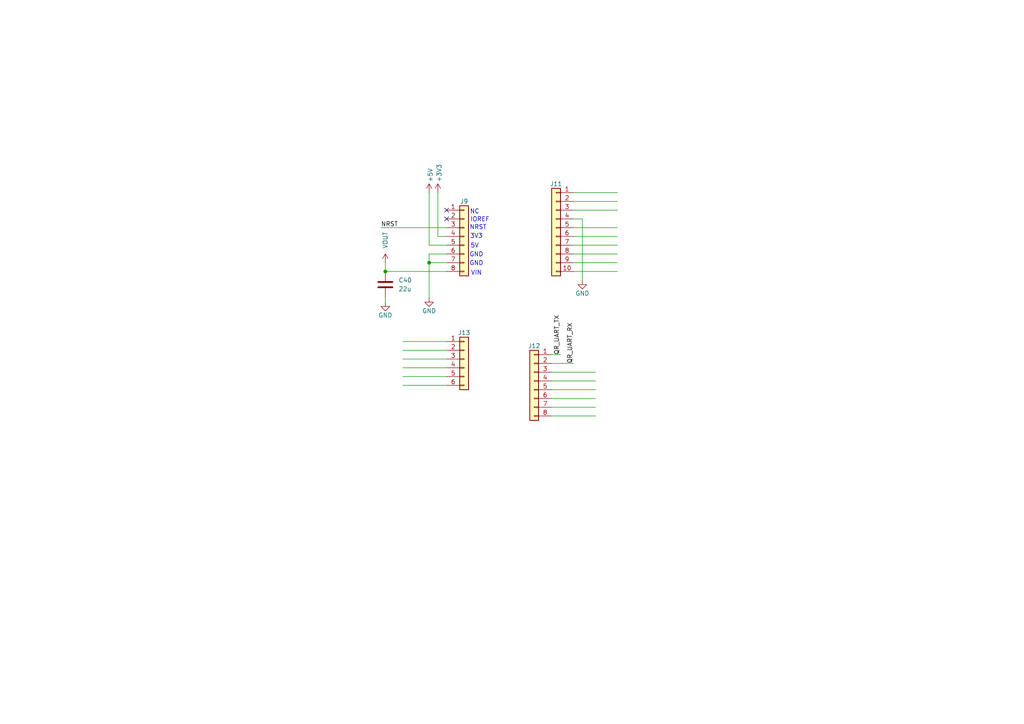
<source format=kicad_sch>
(kicad_sch (version 20231120) (generator "eeschema") (generator_version "8.0")
  (paper "A4")
  (lib_symbols
    (symbol "Connector_Generic:Conn_01x06" (pin_names (offset 1.016) hide)
      (property "Reference" "J" (at 0 7.62 0))
      (property "Value" "Conn_01x06" (at 0 -10.16 0))
      (symbol "Conn_01x06_1_1"
        (rectangle (start -1.27 -7.493) (end 0 -7.747) (stroke (width 0.1524)))
        (rectangle (start -1.27 -4.953) (end 0 -5.207) (stroke (width 0.1524)))
        (rectangle (start -1.27 -2.413) (end 0 -2.667) (stroke (width 0.1524)))
        (rectangle (start -1.27 0.127) (end 0 -0.127) (stroke (width 0.1524)))
        (rectangle (start -1.27 2.667) (end 0 2.413) (stroke (width 0.1524)))
        (rectangle (start -1.27 5.207) (end 0 4.953) (stroke (width 0.1524)))
        (rectangle (start -1.27 6.35) (end 1.27 -8.89) (stroke (width 0.254)) (fill (type background)))
        (pin passive line (at -5.08 5.08 0) (length 3.81) (name "Pin_1") (number "1"))
        (pin passive line (at -5.08 2.54 0) (length 3.81) (name "Pin_2") (number "2"))
        (pin passive line (at -5.08 0 0) (length 3.81) (name "Pin_3") (number "3"))
        (pin passive line (at -5.08 -2.54 0) (length 3.81) (name "Pin_4") (number "4"))
        (pin passive line (at -5.08 -5.08 0) (length 3.81) (name "Pin_5") (number "5"))
        (pin passive line (at -5.08 -7.62 0) (length 3.81) (name "Pin_6") (number "6"))
      )
    )
    (symbol "Connector_Generic:Conn_01x08" (pin_names (offset 1.016) hide)
      (property "Reference" "J" (at 0 10.16 0))
      (property "Value" "Conn_01x08" (at 0 -12.7 0))
      (symbol "Conn_01x08_1_1"
        (rectangle (start -1.27 -10.033) (end 0 -10.287) (stroke (width 0.1524)))
        (rectangle (start -1.27 -7.493) (end 0 -7.747) (stroke (width 0.1524)))
        (rectangle (start -1.27 -4.953) (end 0 -5.207) (stroke (width 0.1524)))
        (rectangle (start -1.27 -2.413) (end 0 -2.667) (stroke (width 0.1524)))
        (rectangle (start -1.27 0.127) (end 0 -0.127) (stroke (width 0.1524)))
        (rectangle (start -1.27 2.667) (end 0 2.413) (stroke (width 0.1524)))
        (rectangle (start -1.27 5.207) (end 0 4.953) (stroke (width 0.1524)))
        (rectangle (start -1.27 7.747) (end 0 7.493) (stroke (width 0.1524)))
        (rectangle (start -1.27 8.89) (end 1.27 -11.43) (stroke (width 0.254)) (fill (type background)))
        (pin passive line (at -5.08 7.62 0) (length 3.81) (name "Pin_1") (number "1"))
        (pin passive line (at -5.08 5.08 0) (length 3.81) (name "Pin_2") (number "2"))
        (pin passive line (at -5.08 2.54 0) (length 3.81) (name "Pin_3") (number "3"))
        (pin passive line (at -5.08 0 0) (length 3.81) (name "Pin_4") (number "4"))
        (pin passive line (at -5.08 -2.54 0) (length 3.81) (name "Pin_5") (number "5"))
        (pin passive line (at -5.08 -5.08 0) (length 3.81) (name "Pin_6") (number "6"))
        (pin passive line (at -5.08 -7.62 0) (length 3.81) (name "Pin_7") (number "7"))
        (pin passive line (at -5.08 -10.16 0) (length 3.81) (name "Pin_8") (number "8"))
      )
    )
    (symbol "Connector_Generic:Conn_01x10" (pin_names (offset 1.016) hide)
      (property "Reference" "J" (at 0 12.7 0))
      (property "Value" "Conn_01x10" (at 0 -15.24 0))
      (symbol "Conn_01x10_1_1"
        (rectangle (start -1.27 -12.573) (end 0 -12.827) (stroke (width 0.1524)))
        (rectangle (start -1.27 -10.033) (end 0 -10.287) (stroke (width 0.1524)))
        (rectangle (start -1.27 -7.493) (end 0 -7.747) (stroke (width 0.1524)))
        (rectangle (start -1.27 -4.953) (end 0 -5.207) (stroke (width 0.1524)))
        (rectangle (start -1.27 -2.413) (end 0 -2.667) (stroke (width 0.1524)))
        (rectangle (start -1.27 0.127) (end 0 -0.127) (stroke (width 0.1524)))
        (rectangle (start -1.27 2.667) (end 0 2.413) (stroke (width 0.1524)))
        (rectangle (start -1.27 5.207) (end 0 4.953) (stroke (width 0.1524)))
        (rectangle (start -1.27 7.747) (end 0 7.493) (stroke (width 0.1524)))
        (rectangle (start -1.27 10.287) (end 0 10.033) (stroke (width 0.1524)))
        (rectangle (start -1.27 11.43) (end 1.27 -13.97) (stroke (width 0.254)) (fill (type background)))
        (pin passive line (at -5.08 10.16 0) (length 3.81) (name "Pin_1") (number "1"))
        (pin passive line (at -5.08 -12.7 0) (length 3.81) (name "Pin_10") (number "10"))
        (pin passive line (at -5.08 7.62 0) (length 3.81) (name "Pin_2") (number "2"))
        (pin passive line (at -5.08 5.08 0) (length 3.81) (name "Pin_3") (number "3"))
        (pin passive line (at -5.08 2.54 0) (length 3.81) (name "Pin_4") (number "4"))
        (pin passive line (at -5.08 0 0) (length 3.81) (name "Pin_5") (number "5"))
        (pin passive line (at -5.08 -2.54 0) (length 3.81) (name "Pin_6") (number "6"))
        (pin passive line (at -5.08 -5.08 0) (length 3.81) (name "Pin_7") (number "7"))
        (pin passive line (at -5.08 -7.62 0) (length 3.81) (name "Pin_8") (number "8"))
        (pin passive line (at -5.08 -10.16 0) (length 3.81) (name "Pin_9") (number "9"))
      )
    )
    (symbol "Device:C" (pin_numbers hide) (pin_names (offset 0.254))
      (property "Reference" "C" (at 0.635 2.54 0))
      (property "Value" "C" (at 0.635 -2.54 0))
      (symbol "C_0_1"
        (polyline (pts (xy -2.032 -0.762) (xy 2.032 -0.762)) (stroke (width 0.508)))
        (polyline (pts (xy -2.032 0.762) (xy 2.032 0.762)) (stroke (width 0.508)))
      )
      (symbol "C_1_1"
        (pin passive line (at 0 3.81 270) (length 2.794) (name "~") (number "1"))
        (pin passive line (at 0 -3.81 90) (length 2.794) (name "~") (number "2"))
      )
    )
    (symbol "power:+3V3" (power) (pin_names (offset 0))
      (property "Value" "+3V3" (at 0 3.556 0))
      (symbol "+3V3_0_1"
        (polyline (pts (xy -0.762 1.27) (xy 0 2.54)))
        (polyline (pts (xy 0 0) (xy 0 2.54)))
        (polyline (pts (xy 0 2.54) (xy 0.762 1.27)))
      )
      (symbol "+3V3_1_1"
        (pin power_in line (at 0 0 90) (length 0) hide (name "+3V3") (number "1"))
      )
    )
    (symbol "power:+5V" (power) (pin_names (offset 0))
      (property "Value" "+5V" (at 0 3.556 0))
      (symbol "+5V_0_1"
        (polyline (pts (xy -0.762 1.27) (xy 0 2.54)))
        (polyline (pts (xy 0 0) (xy 0 2.54)))
        (polyline (pts (xy 0 2.54) (xy 0.762 1.27)))
      )
      (symbol "+5V_1_1"
        (pin power_in line (at 0 0 90) (length 0) hide (name "+5V") (number "1"))
      )
    )
    (symbol "power:GND" (power) (pin_names (offset 0))
      (property "Value" "GND" (at 0 -3.81 0))
      (symbol "GND_0_1"
        (polyline (pts (xy 0 0) (xy 0 -1.27) (xy 1.27 -1.27) (xy 0 -2.54) (xy -1.27 -1.27) (xy 0 -1.27)))
      )
      (symbol "GND_1_1"
        (pin power_in line (at 0 0 270) (length 0) hide (name "GND") (number "1"))
      )
    )
    (symbol "power:VCC" (power) (pin_names (offset 0))
      (property "Value" "VCC" (at 0 3.81 0))
      (symbol "VCC_0_1"
        (polyline (pts (xy -0.762 1.27) (xy 0 2.54)))
        (polyline (pts (xy 0 0) (xy 0 2.54)))
        (polyline (pts (xy 0 2.54) (xy 0.762 1.27)))
      )
      (symbol "VCC_1_1"
        (pin power_in line (at 0 0 90) (length 0) hide (name "VCC") (number "1"))
      )
    )
  )
  (junction (at 111.76 78.74))
  (junction (at 124.46 76.2))
  (no_connect (at 129.54 60.96))
  (no_connect (at 129.54 63.5))
  (wire (pts (xy 160.02 120.65) (xy 172.72 120.65)))
  (wire (pts (xy 127 68.58) (xy 129.54 68.58)))
  (wire (pts (xy 127 55.88) (xy 127 68.58)))
  (wire (pts (xy 116.84 106.68) (xy 129.54 106.68)))
  (wire (pts (xy 166.37 55.88) (xy 179.07 55.88)))
  (wire (pts (xy 110.49 66.04) (xy 129.54 66.04)))
  (wire (pts (xy 160.02 115.57) (xy 172.72 115.57)))
  (wire (pts (xy 129.54 109.22) (xy 116.84 109.22)))
  (wire (pts (xy 116.84 111.76) (xy 129.54 111.76)))
  (wire (pts (xy 124.46 55.88) (xy 124.46 71.12)))
  (wire (pts (xy 166.37 71.12) (xy 179.07 71.12)))
  (wire (pts (xy 166.37 60.96) (xy 179.07 60.96)))
  (wire (pts (xy 160.02 118.11) (xy 172.72 118.11)))
  (wire (pts (xy 160.02 110.49) (xy 172.72 110.49)))
  (wire (pts (xy 124.46 73.66) (xy 124.46 76.2)))
  (wire (pts (xy 160.02 113.03) (xy 172.72 113.03)))
  (wire (pts (xy 124.46 71.12) (xy 129.54 71.12)))
  (wire (pts (xy 129.54 104.14) (xy 116.84 104.14)))
  (wire (pts (xy 166.37 78.74) (xy 179.07 78.74)))
  (wire (pts (xy 124.46 76.2) (xy 129.54 76.2)))
  (wire (pts (xy 129.54 73.66) (xy 124.46 73.66)))
  (wire (pts (xy 116.84 101.6) (xy 129.54 101.6)))
  (wire (pts (xy 111.76 78.74) (xy 111.76 76.2)))
  (wire (pts (xy 166.37 63.5) (xy 168.91 63.5)))
  (wire (pts (xy 124.46 76.2) (xy 124.46 86.36)))
  (wire (pts (xy 160.02 105.41) (xy 166.37 105.41)))
  (wire (pts (xy 166.37 68.58) (xy 179.07 68.58)))
  (wire (pts (xy 111.76 78.74) (xy 129.54 78.74)))
  (wire (pts (xy 160.02 102.87) (xy 162.56 102.87)))
  (wire (pts (xy 166.37 73.66) (xy 179.07 73.66)))
  (wire (pts (xy 111.76 87.63) (xy 111.76 86.36)))
  (wire (pts (xy 166.37 66.04) (xy 179.07 66.04)))
  (wire (pts (xy 168.91 63.5) (xy 168.91 81.28)))
  (wire (pts (xy 166.37 58.42) (xy 179.07 58.42)))
  (wire (pts (xy 160.02 107.95) (xy 172.72 107.95)))
  (wire (pts (xy 129.54 99.06) (xy 116.84 99.06)))
  (wire (pts (xy 166.37 76.2) (xy 179.07 76.2)))
  (text "NRST" (at 138.684 66.04 0) (effects (font (size 1.27 1.27))))
  (text "IOREF" (at 139.192 63.754 0) (effects (font (size 1.27 1.27))))
  (text "GND" (at 138.176 76.454 0) (effects (font (size 1.27 1.27))))
  (text "3V3" (at 138.176 68.58 0) (effects (font (size 1.27 1.27))))
  (text "VIN" (at 138.176 79.248 0) (effects (font (size 1.27 1.27))))
  (text "GND" (at 138.176 73.914 0) (effects (font (size 1.27 1.27))))
  (text "5V" (at 137.668 71.374 0) (effects (font (size 1.27 1.27))))
  (text "NC" (at 137.668 61.468 0) (effects (font (size 1.27 1.27))))
  (label "QR_UART_RX" (at 166.37 105.41 90))
  (label "NRST" (at 110.49 66.04 0))
  (label "QR_UART_TX" (at 162.56 102.87 90))
  (symbol (lib_id "power:+5V") (at 124.46 55.88 0) (unit 1)
    (property "Reference" "#PWR03" (effects (hide yes)))
    (property "Value" "+5V" (at 124.8156 52.832 90) (effects (justify left)))
  )
  (symbol (lib_id "power:VCC") (at 111.76 76.2 0) (unit 1)
    (property "Reference" "#PWR01" (effects (hide yes)))
    (property "Value" "VOUT" (at 111.76 72.136 90) (effects (justify left)))
  )
  (symbol (lib_id "Connector_Generic:Conn_01x10") (at 161.29 66.04 0) (mirror y) (unit 1)
    (property "Reference" "J11" (at 161.29 53.34 0))
    (property "Footprint" "Connector_PinHeader_2.54mm:PinHeader_1x10_P2.54mm_Vertical_SMD_Pin1Left" (effects (hide yes)))
  )
  (symbol (lib_id "Connector_Generic:Conn_01x06") (at 134.62 104.14 0) (unit 1)
    (property "Reference" "J13" (at 134.62 96.52 0))
    (property "Footprint" "Connector_PinHeader_2.54mm:PinHeader_1x06_P2.54mm_Vertical_SMD_Pin1Left" (effects (hide yes)))
  )
  (symbol (lib_id "power:GND") (at 111.76 87.63 0) (unit 1)
    (property "Reference" "#PWR02" (effects (hide yes)))
    (property "Value" "GND" (at 111.76 91.44 0))
  )
  (symbol (lib_id "power:+3V3") (at 127 55.88 0) (unit 1)
    (property "Reference" "#PWR05" (effects (hide yes)))
    (property "Value" "+3V3" (at 127.381 52.832 90) (effects (justify left)))
  )
  (symbol (lib_id "Connector_Generic:Conn_01x08") (at 134.62 68.58 0) (unit 1)
    (property "Reference" "J9" (at 134.62 58.42 0))
    (property "Footprint" "Connector_PinHeader_2.54mm:PinHeader_1x08_P2.54mm_Vertical_SMD_Pin1Left" (effects (hide yes)))
  )
  (symbol (lib_id "Device:C") (at 111.76 82.55 0) (unit 1)
    (property "Reference" "C40" (at 115.57 81.2799 0) (effects (justify left)))
    (property "Value" "22u" (at 115.57 83.8199 0) (effects (justify left)))
    (property "Footprint" "Capacitor_SMD:C_0805_2012Metric_Pad1.18x1.45mm_HandSolder" (effects (hide yes)))
    (property "Description" "Unpolarized capacitor" (effects (hide yes)))
  )
  (symbol (lib_id "power:GND") (at 124.46 86.36 0) (unit 1)
    (property "Reference" "#PWR04" (effects (hide yes)))
    (property "Value" "GND" (at 124.46 90.17 0))
  )
  (symbol (lib_id "power:GND") (at 168.91 81.28 0) (unit 1)
    (property "Reference" "#PWR010" (effects (hide yes)))
    (property "Value" "GND" (at 168.91 85.09 0))
  )
  (symbol (lib_id "Connector_Generic:Conn_01x08") (at 154.94 110.49 0) (mirror y) (unit 1)
    (property "Reference" "J12" (at 154.94 100.33 0))
    (property "Footprint" "Connector_PinHeader_2.54mm:PinHeader_1x08_P2.54mm_Vertical_SMD_Pin1Left" (effects (hide yes)))
  )
)
</source>
